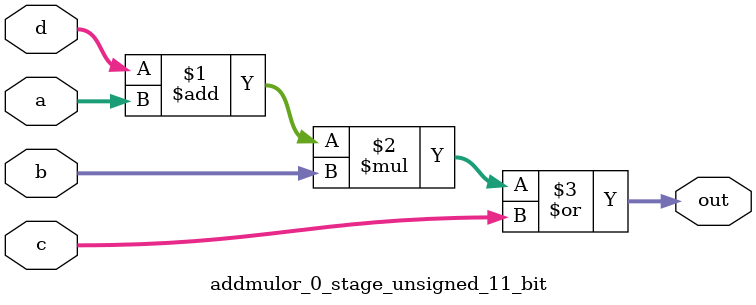
<source format=sv>
(* use_dsp = "yes" *) module addmulor_0_stage_unsigned_11_bit(
	input  [10:0] a,
	input  [10:0] b,
	input  [10:0] c,
	input  [10:0] d,
	output [10:0] out
	);

	assign out = ((d + a) * b) | c;
endmodule

</source>
